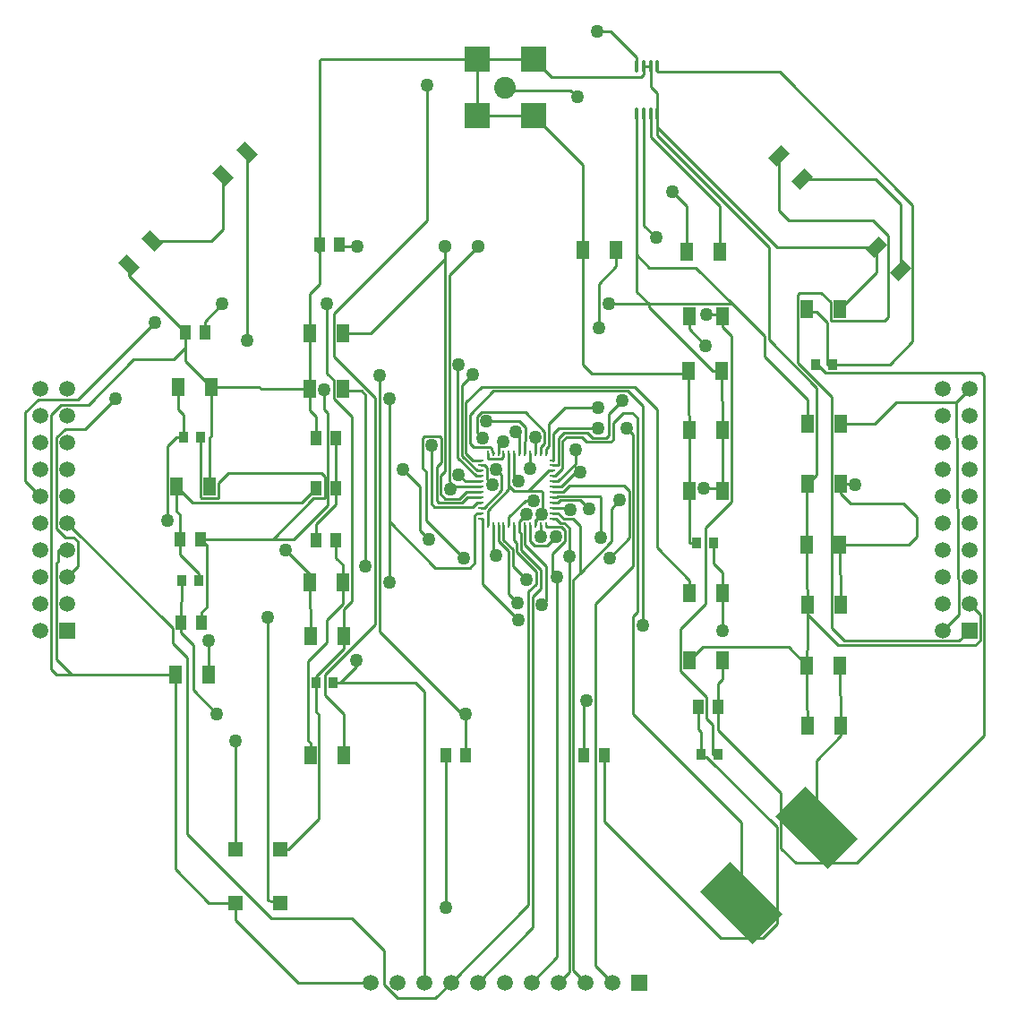
<source format=gtl>
G04*
G04 #@! TF.GenerationSoftware,Altium Limited,Altium Designer,18.1.9 (240)*
G04*
G04 Layer_Physical_Order=1*
G04 Layer_Color=255*
%FSLAX24Y24*%
%MOIN*%
G70*
G01*
G75*
%ADD15C,0.0100*%
G04:AMPARAMS|DCode=16|XSize=66.9mil|YSize=45.3mil|CornerRadius=0mil|HoleSize=0mil|Usage=FLASHONLY|Rotation=225.000|XOffset=0mil|YOffset=0mil|HoleType=Round|Shape=Rectangle|*
%AMROTATEDRECTD16*
4,1,4,0.0077,0.0397,0.0397,0.0077,-0.0077,-0.0397,-0.0397,-0.0077,0.0077,0.0397,0.0*
%
%ADD16ROTATEDRECTD16*%

G04:AMPARAMS|DCode=17|XSize=157.5mil|YSize=275.6mil|CornerRadius=0mil|HoleSize=0mil|Usage=FLASHONLY|Rotation=45.000|XOffset=0mil|YOffset=0mil|HoleType=Round|Shape=Rectangle|*
%AMROTATEDRECTD17*
4,1,4,0.0418,-0.1531,-0.1531,0.0418,-0.0418,0.1531,0.1531,-0.0418,0.0418,-0.1531,0.0*
%
%ADD17ROTATEDRECTD17*%

G04:AMPARAMS|DCode=18|XSize=66.9mil|YSize=45.3mil|CornerRadius=0mil|HoleSize=0mil|Usage=FLASHONLY|Rotation=135.000|XOffset=0mil|YOffset=0mil|HoleType=Round|Shape=Rectangle|*
%AMROTATEDRECTD18*
4,1,4,0.0397,-0.0077,0.0077,-0.0397,-0.0397,0.0077,-0.0077,0.0397,0.0397,-0.0077,0.0*
%
%ADD18ROTATEDRECTD18*%

%ADD19R,0.0350X0.0402*%
%ADD20R,0.0453X0.0669*%
%ADD21R,0.0433X0.0571*%
%ADD22O,0.0138X0.0531*%
%ADD23R,0.0571X0.0551*%
%ADD24O,0.0094X0.0236*%
%ADD25O,0.0236X0.0094*%
%ADD43R,0.0961X0.0961*%
%ADD44C,0.0807*%
%ADD45C,0.0512*%
%ADD46C,0.0591*%
%ADD47R,0.0591X0.0591*%
%ADD48R,0.0591X0.0591*%
%ADD49C,0.0500*%
D15*
X21700Y34550D02*
X21950Y34300D01*
X19368Y34550D02*
X21700D01*
X19268Y34650D02*
X19368Y34550D01*
X18221Y35697D02*
X20315D01*
X18221Y33603D02*
X20315D01*
X22490Y23990D02*
X26100D01*
X30500Y19790D02*
X30530D01*
X2620Y17020D02*
Y17450D01*
X12352Y35643D02*
X12407Y35697D01*
X18221D01*
X24166Y35426D02*
Y35784D01*
X23200Y36750D02*
X24166Y35784D01*
X22700Y36750D02*
X23200D01*
X16350Y29700D02*
Y34750D01*
X12352Y28800D02*
Y35643D01*
X18221Y33603D02*
Y35697D01*
X20783Y18290D02*
X21370D01*
X21650Y17200D02*
Y17410D01*
X22050Y16585D02*
X23220Y17755D01*
X21795Y18599D02*
X22050Y18344D01*
Y16585D02*
Y18344D01*
X21800Y16335D02*
X22050Y16585D01*
X21039Y16601D02*
Y17299D01*
Y16601D02*
X21190Y16450D01*
X21039Y17299D02*
X21500Y17760D01*
X21190Y16450D02*
X21190Y2290D01*
X26660Y19750D02*
X27370D01*
X20389Y18509D02*
X20670Y18790D01*
X27000Y24100D02*
X27340D01*
X24621Y26479D02*
X27000Y24100D01*
X24621Y26479D02*
Y26590D01*
X12352Y28695D02*
Y28800D01*
Y28480D02*
Y28695D01*
X12244Y28588D02*
X12352Y28695D01*
X12244Y28588D02*
X12352Y28480D01*
X14950Y16240D02*
Y18495D01*
X18439Y16159D02*
Y18617D01*
X21800Y1800D02*
Y16335D01*
X21059Y20783D02*
Y21760D01*
X24934Y33160D02*
Y33674D01*
Y32856D02*
Y33160D01*
X26100Y23030D02*
Y23990D01*
X30530Y14300D02*
Y15040D01*
X12352Y27329D02*
Y28480D01*
X7350Y24470D02*
Y24960D01*
X2550Y12800D02*
X3130D01*
X14600Y14410D02*
X17798Y11212D01*
Y11350D01*
Y9800D02*
Y11212D01*
X10610Y17850D02*
X11400D01*
X7924D02*
X10610D01*
X17040Y21830D02*
Y28280D01*
X26370Y27950D02*
X27730Y26590D01*
X24166Y27045D02*
Y28424D01*
X24621Y26590D02*
X27730D01*
X23110D02*
X24621D01*
X24166Y27045D02*
X24621Y26590D01*
X27370Y19750D02*
Y21900D01*
X20131Y19640D02*
X20610D01*
X20389Y18509D02*
Y18559D01*
X13224Y23360D02*
X13910D01*
X26562Y9750D02*
X26770D01*
X24934Y35230D02*
X29490D01*
X30480Y26290D02*
X30872D01*
X26750Y26200D02*
X27370D01*
X26990Y9850D02*
Y10940D01*
X13100Y28730D02*
X13750D01*
X13120Y12500D02*
X15910D01*
X12850D02*
X13120D01*
X23400Y27990D02*
Y28600D01*
X21650Y1750D02*
Y17410D01*
X20250Y1350D02*
X21190Y2290D01*
X16330Y18520D02*
X17710Y17140D01*
X16330Y18520D02*
Y20345D01*
X16180Y20495D02*
X16330Y20345D01*
X16180Y20495D02*
Y21600D01*
X16260Y21680D01*
X16810D01*
X16890Y21600D01*
Y20695D02*
Y21600D01*
X16717Y20521D02*
X16890Y20695D01*
X16717Y19280D02*
Y20521D01*
Y19280D02*
X16797Y19200D01*
X17648D01*
X17852Y19405D01*
X18361D01*
X18237Y18814D02*
X18361D01*
X18143Y18720D02*
X18237Y18814D01*
X18143Y16960D02*
Y18720D01*
X17964Y16780D02*
X18143Y16960D01*
X16665Y16780D02*
X17964D01*
X14950Y18495D02*
X16665Y16780D01*
X14950Y18495D02*
Y23060D01*
X18439Y16159D02*
X19748Y14850D01*
X18361Y18617D02*
X18439D01*
X19395Y15815D02*
X19725Y15485D01*
X19395Y15815D02*
Y17390D01*
X19011Y17774D02*
X19395Y17390D01*
X19011Y17774D02*
Y18361D01*
X19798D02*
Y18518D01*
X20060Y18780D01*
X16105Y18165D02*
X16430Y17840D01*
X16105Y18165D02*
Y19795D01*
X15450Y20450D02*
X16105Y19795D01*
X20810Y17600D02*
X21150Y17940D01*
X20350Y17600D02*
X20810D01*
X20192Y17758D02*
X20350Y17600D01*
X20192Y17758D02*
Y18361D01*
X23220Y18970D02*
X23540Y19290D01*
X23220Y17755D02*
Y18970D01*
X23800Y21970D02*
X24040Y21730D01*
Y16850D02*
Y21730D01*
X22630Y15440D02*
X24040Y16850D01*
X22630Y1970D02*
Y15440D01*
Y1970D02*
X23250Y1350D01*
X21619Y19011D02*
X21680Y18950D01*
X21039Y19011D02*
X21619D01*
X22070Y19300D02*
X22400Y18970D01*
X21325Y19300D02*
X22070D01*
X21233Y19208D02*
X21325Y19300D01*
X21039Y19208D02*
X21233D01*
X22835Y17910D02*
Y19395D01*
X22780Y19450D02*
X22835Y19395D01*
X21225Y19450D02*
X22780D01*
X21180Y19405D02*
X21225Y19450D01*
X21039Y19405D02*
X21180D01*
X23150Y17150D02*
X23890Y17890D01*
Y19640D01*
X23690Y19840D02*
X23890Y19640D01*
X21673Y19840D02*
X23690D01*
X21435Y19602D02*
X21673Y19840D01*
X21039Y19602D02*
X21435D01*
X21039Y19798D02*
X21360D01*
X21882Y20320D01*
X22060D01*
X21039Y20783D02*
X21059D01*
Y21760D02*
X21257Y21958D01*
X22740D01*
X3620Y21950D02*
X4750Y23080D01*
X2880Y21950D02*
X3620D01*
X2550Y21620D02*
X2880Y21950D01*
X2550Y18240D02*
Y21620D01*
Y18240D02*
X2880Y17910D01*
X3200D01*
X3350Y17760D01*
Y16850D02*
Y17760D01*
X2950Y16450D02*
X3350Y16850D01*
X21480Y22740D02*
X22740D01*
X20890Y22150D02*
X21480Y22740D01*
X20890Y21317D02*
Y22150D01*
X20783Y21210D02*
X20890Y21317D01*
X20783Y21039D02*
Y21210D01*
X20586Y21039D02*
Y21260D01*
X20739Y21413D01*
Y21851D01*
X20010Y22580D02*
X20739Y21851D01*
X18400Y22580D02*
X20010D01*
X18220Y22400D02*
X18400Y22580D01*
X18220Y21800D02*
Y22400D01*
Y21800D02*
X18410Y21610D01*
X20389Y21039D02*
Y21621D01*
X20192Y20460D02*
Y21039D01*
X19674Y21840D02*
X19798Y21716D01*
Y21039D02*
Y21716D01*
X9223Y3684D02*
Y4300D01*
Y3684D02*
X11557Y1350D01*
X14250D01*
X11983Y26960D02*
X12352Y27329D01*
X11983Y25500D02*
Y26960D01*
X26130Y13350D02*
X26610Y13830D01*
X29820D01*
X30500Y13150D01*
Y12060D02*
Y13150D01*
Y12060D02*
X30530Y10900D01*
X30500Y13150D02*
X30530Y14300D01*
X30500Y16560D02*
Y17650D01*
Y16560D02*
X30530Y15400D01*
X26100Y23030D02*
X26130Y21900D01*
X24934Y32856D02*
X29080Y28710D01*
Y25255D02*
Y28710D01*
Y25255D02*
X30860Y23475D01*
Y20230D02*
Y23475D01*
X30530Y19900D02*
X30860Y20230D01*
X7919Y19390D02*
Y21650D01*
Y19390D02*
X7944Y19365D01*
X8600D01*
Y19930D01*
X8960Y20290D01*
X12420D01*
X12550Y20160D01*
Y19360D02*
Y20160D01*
X12120Y19360D02*
X12550D01*
X10610Y17850D02*
X12120Y19360D01*
X8220Y12800D02*
Y14070D01*
X8220Y14070D02*
X8220Y14070D01*
X17220Y19700D02*
X17318Y19798D01*
X18361D01*
X17220Y19700D02*
Y19970D01*
X17190Y20000D02*
X17220Y19970D01*
X17190Y20000D02*
Y27680D01*
X18260Y28750D01*
X17040Y28280D02*
Y28750D01*
X14260Y25500D02*
X17040Y28280D01*
X13224Y25500D02*
X14260D01*
X31770Y19520D02*
Y19900D01*
Y19520D02*
X32110Y19180D01*
X34090D01*
X34590Y18680D01*
Y17950D02*
Y18680D01*
X34290Y17650D02*
X34590Y17950D01*
X31740Y17650D02*
X34290D01*
X30530Y22150D02*
Y23021D01*
X24640Y27950D02*
X26370D01*
X24166Y28424D02*
X24640Y27950D01*
X24166Y28424D02*
Y33674D01*
X8098Y25948D02*
X8740Y26590D01*
X8098Y25550D02*
Y25948D01*
X28930Y24621D02*
X30530Y23021D01*
X28930Y24621D02*
Y25390D01*
X27730Y26590D02*
X28930Y25390D01*
X12620Y24019D02*
Y26590D01*
Y24019D02*
X12879Y23760D01*
Y23081D02*
Y23760D01*
Y23081D02*
X13546Y22414D01*
Y15536D02*
Y22414D01*
X13250Y15240D02*
X13546Y15536D01*
X13250Y14250D02*
Y15240D01*
X19405Y19705D02*
Y19840D01*
X18617Y18917D02*
X19405Y19705D01*
X18617Y18361D02*
Y18917D01*
X19011Y21039D02*
Y21291D01*
X19180Y21460D01*
X10440Y4400D02*
Y14940D01*
Y4400D02*
X10900Y4300D01*
X9223Y6300D02*
Y10350D01*
X24390Y14630D02*
Y22800D01*
X23829Y23361D02*
X24390Y22800D01*
X18835Y23361D02*
X23829D01*
X17950Y22476D02*
X18835Y23361D01*
X17950Y21390D02*
Y22476D01*
Y21390D02*
X18080Y21260D01*
X18720D01*
X18814Y21039D01*
X26562Y9750D02*
Y9850D01*
X26770Y9750D02*
X29380Y7140D01*
Y3520D02*
Y7140D01*
X28870Y3010D02*
X29380Y3520D01*
X27290Y3010D02*
X28870D01*
X22950Y7350D02*
X27290Y3010D01*
X22950Y7350D02*
Y9800D01*
X27370Y12640D02*
Y13350D01*
X27200Y12470D02*
X27370Y12640D01*
X27200Y11600D02*
Y12470D01*
X24934Y35230D02*
Y35426D01*
X29490Y35230D02*
X34440Y30280D01*
Y25190D02*
Y30280D01*
X33600Y24350D02*
X34440Y25190D01*
X31469Y24350D02*
X33600D01*
X27370Y25730D02*
Y26150D01*
Y25730D02*
X27700Y25400D01*
Y19220D02*
Y25400D01*
X26740Y18260D02*
X27700Y19220D01*
X26740Y15430D02*
Y18260D01*
X25800Y14490D02*
X26740Y15430D01*
X25800Y12940D02*
Y14490D01*
Y12940D02*
X26770Y11970D01*
Y11160D02*
Y11970D01*
Y11160D02*
X26990Y10940D01*
Y9850D02*
X27200D01*
X7030Y19800D02*
X7615Y19215D01*
X11691D01*
X12226Y19750D01*
X30850Y7100D02*
Y9610D01*
X31770Y10530D01*
Y10900D01*
X15910Y12500D02*
X16250Y12160D01*
Y1350D02*
Y12160D01*
X13120Y12500D02*
X13730Y13110D01*
Y13350D01*
X36050Y22950D02*
X36150Y15050D01*
X35550Y14450D02*
X36150Y15050D01*
X22760Y25700D02*
Y27350D01*
X21039Y20586D02*
X21257D01*
Y21610D01*
X21447Y21800D01*
X22320D01*
X22512Y21608D01*
X23040D01*
X23120Y21688D01*
Y22490D01*
X23640Y23010D01*
X22760Y27350D02*
X23400Y27990D01*
X20783Y18290D02*
Y18361D01*
X21370Y18290D02*
X21500Y18160D01*
Y17760D02*
Y18160D01*
X21190Y2290D02*
Y16450D01*
X1405Y19995D02*
Y22575D01*
X1880Y23050D01*
X24422Y29518D02*
X24880Y29060D01*
X24422Y29518D02*
Y33674D01*
X30327Y31223D02*
X33053D01*
X33977Y30299D01*
Y27823D02*
Y30299D01*
X33100Y27780D02*
Y28700D01*
X31720Y26400D02*
X33100Y27780D01*
X30480Y26290D02*
Y26400D01*
X30872Y26290D02*
X31244Y25919D01*
Y24350D02*
Y25919D01*
Y24350D02*
X31469D01*
X36550Y15450D02*
X36950Y15050D01*
Y14080D02*
Y15050D01*
X36775Y13905D02*
X36950Y14080D01*
X31665Y13905D02*
X36775D01*
X30530Y15040D02*
X31665Y13905D01*
X30530Y15040D02*
Y15400D01*
X36155Y14055D02*
X36550Y14450D01*
X31885Y14055D02*
X36155D01*
X31410Y14530D02*
X31885Y14055D01*
X31410Y14530D02*
Y23137D01*
X30150Y24397D02*
X31410Y23137D01*
X30150Y24397D02*
Y26920D01*
X30240Y27010D01*
X31040D01*
X31390Y26660D01*
Y25960D02*
Y26660D01*
Y25960D02*
X33390D01*
X33540Y26110D01*
Y29130D01*
X32960Y29710D02*
X33540Y29130D01*
X29820Y29710D02*
X32960D01*
X29450Y30080D02*
X29820Y29710D01*
X29450Y30080D02*
Y32100D01*
X27250Y28550D02*
Y30238D01*
X24678Y32810D02*
X27250Y30238D01*
X24678Y32810D02*
Y33674D01*
X20019Y19280D02*
X20320D01*
X19405Y18665D02*
X20019Y19280D01*
X19405Y18361D02*
Y18665D01*
X31770Y19900D02*
X32260D01*
X32280Y19880D01*
X27370Y19650D02*
Y19750D01*
X31770Y22150D02*
X33030D01*
X33830Y22950D01*
X36050D01*
X36550Y23450D01*
X17250Y1350D02*
X20140Y4240D01*
Y15890D01*
X20410Y16160D01*
Y16640D01*
X19695Y17355D02*
X20410Y16640D01*
X19695Y17355D02*
Y17696D01*
X19602Y17789D02*
X19695Y17696D01*
X19602Y17789D02*
Y18361D01*
X19798Y18112D02*
Y18361D01*
Y18112D02*
X19845Y18065D01*
Y17443D02*
Y18065D01*
Y17443D02*
X20594Y16695D01*
Y16014D02*
Y16695D01*
X20290Y15710D02*
X20594Y16014D01*
X20290Y3390D02*
Y15710D01*
X18250Y1350D02*
X20290Y3390D01*
X20640Y15390D02*
X20800Y15550D01*
Y16845D01*
X19995Y17650D02*
X20800Y16845D01*
X19995Y17650D02*
Y18361D01*
X9650Y25230D02*
Y32250D01*
X19995Y21039D02*
Y21461D01*
X20024Y21490D01*
Y22006D01*
X19800Y22230D02*
X20024Y22006D01*
X18570Y22230D02*
X19800D01*
X19545Y16835D02*
X20060Y16320D01*
X19545Y16835D02*
Y17473D01*
X19208Y17810D02*
X19545Y17473D01*
X19208Y17810D02*
Y18361D01*
X25490Y30760D02*
X26010Y30240D01*
Y28550D02*
Y30240D01*
X7947Y14750D02*
Y15117D01*
X8150Y15320D01*
Y17624D01*
X7924Y17850D02*
X8150Y17624D01*
X7176Y17273D02*
Y17850D01*
Y17273D02*
X7869Y16580D01*
Y16300D02*
Y16580D01*
X13100Y28730D02*
Y28800D01*
X27370Y26150D02*
Y26200D01*
X30831Y24350D02*
X30880D01*
X31190Y24040D01*
X36980D01*
X37100Y23920D01*
Y10520D02*
Y23920D01*
X32370Y5790D02*
X37100Y10520D01*
X30080Y5790D02*
X32370D01*
X29540Y6330D02*
X30080Y5790D01*
X29540Y6330D02*
Y8390D01*
X27200Y10730D02*
X29540Y8390D01*
X27200Y10730D02*
Y11600D01*
X21039Y20192D02*
X21128D01*
X21407Y20471D01*
Y21487D01*
X21552Y21632D01*
X22118D01*
X22292Y21458D01*
X23200D01*
X23290Y21548D01*
Y22170D01*
X23670Y22550D01*
X24000D01*
X24190Y22360D01*
Y15130D02*
Y22360D01*
X24040Y14980D02*
X24190Y15130D01*
X24040Y11330D02*
Y14980D01*
Y11330D02*
X28066Y7304D01*
Y4316D02*
Y7304D01*
X22202Y9800D02*
Y11752D01*
X22280Y11830D01*
X27370Y14440D02*
Y15850D01*
X26130Y17700D02*
X26381D01*
X26130D02*
Y19650D01*
Y15850D02*
Y16310D01*
X24920Y17520D02*
X26130Y16310D01*
X24920Y17520D02*
Y22670D01*
X24079Y23511D02*
X24920Y22670D01*
X18381Y23511D02*
X24079D01*
X17800Y22930D02*
X18381Y23511D01*
X17800Y21030D02*
Y22930D01*
Y21030D02*
X18048Y20783D01*
X18361D01*
X24934Y33160D02*
X29394Y28700D01*
X33100D01*
X1405Y19995D02*
X1950Y19450D01*
X1880Y23050D02*
X3350D01*
X6210Y25910D01*
X19602Y20148D02*
X19760Y19990D01*
X19602Y20148D02*
Y21039D01*
X7350Y24960D02*
Y25550D01*
X6910Y24520D02*
X7350Y24960D01*
X5440Y24520D02*
X6910D01*
X3770Y22850D02*
X5440Y24520D01*
X2720Y22850D02*
X3770D01*
X2350Y22480D02*
X2720Y22850D01*
X2350Y13000D02*
Y22480D01*
Y13000D02*
X2550Y12800D01*
X11080Y17450D02*
X11980Y16550D01*
Y16250D02*
Y16550D01*
X17050Y4150D02*
Y9800D01*
X21039Y19995D02*
X21235D01*
X21890Y20650D01*
Y21170D01*
X18930Y20430D02*
X19140Y20220D01*
Y19670D02*
Y20220D01*
X18481Y19011D02*
X19140Y19670D01*
X18361Y19011D02*
X18481D01*
X26130Y25660D02*
Y26150D01*
Y25660D02*
X26740Y25050D01*
X18580Y20070D02*
X18780Y19870D01*
X18580Y20070D02*
Y20486D01*
X18480Y20586D02*
X18580Y20486D01*
X18361Y20586D02*
X18480D01*
X17795Y19995D02*
X18361D01*
X17540Y20250D02*
X17795Y19995D01*
X6700Y18520D02*
Y21310D01*
X7040Y21650D01*
X7281D01*
X13224Y23360D02*
Y23450D01*
X13910Y23360D02*
X14070Y23200D01*
Y16820D02*
Y23200D01*
X20586Y17950D02*
Y18361D01*
X19405Y19840D02*
Y21039D01*
X19605Y19640D02*
X20131D01*
X20880Y20389D01*
X21039D01*
X16660Y760D02*
X17250Y1350D01*
X15270Y760D02*
X16660D01*
X14750Y1280D02*
X15270Y760D01*
X14750Y1280D02*
Y2550D01*
X13550Y3750D02*
X14750Y2550D01*
X10560Y3750D02*
X13550D01*
X7430Y6880D02*
X10560Y3750D01*
X7430Y6880D02*
Y13420D01*
X6880Y13970D02*
X7430Y13420D01*
X6880Y13970D02*
Y14520D01*
X2950Y18450D02*
X6880Y14520D01*
X18814Y17346D02*
Y18361D01*
Y17346D02*
X18920Y17240D01*
X21650Y17410D02*
Y18260D01*
X21461Y18449D02*
X21650Y18260D01*
X21343Y18449D02*
X21461D01*
X21039Y18617D02*
X21175D01*
X20389Y18559D02*
X20610Y18780D01*
X17818Y19602D02*
X18361D01*
X17567Y19350D02*
X17818Y19602D01*
X17037Y19350D02*
X17567D01*
X16867Y19520D02*
X17037Y19350D01*
X16867Y19520D02*
Y20198D01*
X17040Y20371D01*
Y21830D01*
X17040Y21830D02*
X17040Y21830D01*
X18178Y20192D02*
X18361D01*
X17500Y20870D02*
X18178Y20192D01*
X17500Y20870D02*
Y24280D01*
X17540Y24320D01*
X12520Y22660D02*
Y23410D01*
Y22660D02*
X12650Y22530D01*
Y19100D02*
Y22530D01*
X11400Y17850D02*
X12650Y19100D01*
X18211Y20389D02*
X18361D01*
X17650Y20950D02*
X18211Y20389D01*
X17650Y20950D02*
Y23560D01*
X18070Y23980D01*
X14600Y14410D02*
Y23920D01*
X21800Y1800D02*
X22250Y1350D01*
X21446Y18599D02*
X21795D01*
X21231Y18814D02*
X21446Y18599D01*
X21039Y18814D02*
X21231D01*
X21250Y1350D02*
X21650Y1750D01*
X21175Y18617D02*
X21343Y18449D01*
X7199Y14370D02*
Y14750D01*
Y14370D02*
X7650Y13919D01*
Y12240D02*
Y13919D01*
Y12240D02*
X8540Y11350D01*
X13250Y9800D02*
Y11340D01*
X12570Y12020D02*
X13250Y11340D01*
X12570Y12020D02*
Y12810D01*
X14420Y14660D01*
Y23100D01*
X12890Y24630D02*
X14420Y23100D01*
X12890Y24630D02*
Y26240D01*
X16350Y29700D01*
X16530Y19160D02*
Y21330D01*
Y19160D02*
X16640Y19050D01*
X18062D01*
X18220Y19208D01*
X18361D01*
X20389Y18361D02*
Y18509D01*
X20670Y18790D02*
Y19580D01*
X20610Y19640D02*
X20670Y19580D01*
X19405Y19840D02*
X19605Y19640D01*
X19208Y20908D02*
Y21039D01*
X19120Y20820D02*
X19208Y20908D01*
X18617Y20820D02*
X19120D01*
X18617D02*
Y21039D01*
X12212Y12500D02*
Y12722D01*
X13250Y13760D01*
Y14250D01*
X13220Y15430D02*
Y16250D01*
X12630Y14840D02*
X13220Y15430D01*
X12630Y14010D02*
Y14840D01*
X11930Y13310D02*
X12630Y14010D01*
X11930Y10350D02*
Y13310D01*
Y10350D02*
X12010Y10270D01*
Y9800D02*
Y10270D01*
X12974Y19148D02*
Y19750D01*
X12226Y18400D02*
X12974Y19148D01*
X12226Y17800D02*
Y18400D01*
X30530Y19790D02*
Y19900D01*
X30500Y17650D02*
Y19790D01*
X2620Y17450D02*
X2950D01*
X2550Y16950D02*
X2620Y17020D01*
X2550Y13380D02*
Y16950D01*
Y13380D02*
X3130Y12800D01*
X6980D01*
X8773Y29380D02*
Y31373D01*
X8320Y28927D02*
X8773Y29380D01*
X6127Y28927D02*
X8320D01*
X22160Y24320D02*
Y28600D01*
Y24320D02*
X22490Y23990D01*
X26100D02*
Y24100D01*
X5250Y27650D02*
X7350Y25550D01*
X5250Y27650D02*
Y28050D01*
X7350Y24470D02*
X8320Y23500D01*
X22160Y28600D02*
Y31758D01*
X20315Y33603D02*
X22160Y31758D01*
X8240Y4300D02*
X9223D01*
X6980Y5560D02*
X8240Y4300D01*
X6980Y5560D02*
Y12800D01*
X12212Y11420D02*
Y12500D01*
Y11420D02*
X12340Y11292D01*
Y7440D02*
Y11292D01*
X11200Y6300D02*
X12340Y7440D01*
X10900Y6300D02*
X11200D01*
X24422Y35120D02*
Y35426D01*
X24334Y35032D02*
X24422Y35120D01*
X20981Y35032D02*
X24334D01*
X20315Y35697D02*
X20981Y35032D01*
X11980Y15260D02*
Y16250D01*
Y15260D02*
X12010Y15230D01*
Y14250D02*
Y15230D01*
X8320Y21670D02*
Y23500D01*
X8270Y21620D02*
X8320Y21670D01*
X8270Y19800D02*
Y21620D01*
X10170Y23450D02*
X11983D01*
X10120Y23500D02*
X10170Y23450D01*
X8320Y23500D02*
X10120D01*
X11983Y22643D02*
Y23450D01*
Y22643D02*
X12226Y22400D01*
Y21600D02*
Y22400D01*
X11983Y23450D02*
Y25500D01*
X24678Y34676D02*
Y35426D01*
Y34676D02*
X24934Y34420D01*
Y33674D02*
Y34420D01*
X24422Y35426D02*
X24678D01*
X26130Y19650D02*
Y21900D01*
X7231Y15532D02*
Y16300D01*
X7199Y15500D02*
X7231Y15532D01*
X7199Y14750D02*
Y15500D01*
X27340Y23010D02*
Y24100D01*
Y23010D02*
X27370Y22980D01*
Y21900D02*
Y22980D01*
X31740Y16540D02*
Y17650D01*
Y16540D02*
X31770Y16510D01*
Y15400D02*
Y16510D01*
X27019Y16941D02*
Y17700D01*
Y16941D02*
X27370Y16590D01*
Y15850D02*
Y16590D01*
X26452Y10770D02*
Y11600D01*
Y10770D02*
X26562Y10660D01*
Y9850D02*
Y10660D01*
X7030Y18896D02*
Y19800D01*
Y18896D02*
X7176Y18750D01*
Y17850D02*
Y18750D01*
X12974Y19750D02*
Y21600D01*
Y17146D02*
Y17800D01*
Y17146D02*
X13220Y16900D01*
Y16250D02*
Y16900D01*
X31740Y12040D02*
Y13150D01*
Y12040D02*
X31770Y12010D01*
Y10900D02*
Y12010D01*
X7080Y22671D02*
Y23500D01*
Y22671D02*
X7281Y22470D01*
Y21650D02*
Y22470D01*
D16*
X33100Y28700D02*
D03*
X33977Y27823D02*
D03*
X29450Y32100D02*
D03*
X30327Y31223D02*
D03*
D17*
X28066Y4316D02*
D03*
X30850Y7100D02*
D03*
D18*
X9650Y32250D02*
D03*
X8773Y31373D02*
D03*
X5250Y28050D02*
D03*
X6127Y28927D02*
D03*
D19*
X27019Y17700D02*
D03*
X26381D02*
D03*
X27200Y9850D02*
D03*
X26562D02*
D03*
X30831Y24350D02*
D03*
X31469D02*
D03*
X12850Y12500D02*
D03*
X12212D02*
D03*
X7231Y16300D02*
D03*
X7869D02*
D03*
X7919Y21650D02*
D03*
X7281D02*
D03*
D20*
X13220Y16250D02*
D03*
X11980D02*
D03*
X30530Y22150D02*
D03*
X31770D02*
D03*
X30530Y19900D02*
D03*
X31770D02*
D03*
X26130Y19650D02*
D03*
X27370D02*
D03*
X26010Y28550D02*
D03*
X27250D02*
D03*
X30530Y10900D02*
D03*
X31770D02*
D03*
X30530Y15400D02*
D03*
X31770D02*
D03*
X12010Y14250D02*
D03*
X13250D02*
D03*
X26130Y21900D02*
D03*
X27370D02*
D03*
X6980Y12800D02*
D03*
X8220D02*
D03*
X13250Y9800D02*
D03*
X12010D02*
D03*
X7030Y19800D02*
D03*
X8270D02*
D03*
X8320Y23500D02*
D03*
X7080D02*
D03*
X27370Y26150D02*
D03*
X26130D02*
D03*
X30480Y26400D02*
D03*
X31720D02*
D03*
X27370Y13350D02*
D03*
X26130D02*
D03*
X27370Y15850D02*
D03*
X26130D02*
D03*
X11983Y25500D02*
D03*
X13224D02*
D03*
X26100Y24100D02*
D03*
X27340D02*
D03*
X11983Y23450D02*
D03*
X13224D02*
D03*
X30500Y13150D02*
D03*
X31740D02*
D03*
X22160Y28600D02*
D03*
X23400D02*
D03*
X30500Y17650D02*
D03*
X31740D02*
D03*
D21*
X12974Y17800D02*
D03*
X12226D02*
D03*
X12974Y19750D02*
D03*
X12226D02*
D03*
X12974Y21600D02*
D03*
X12226D02*
D03*
X13100Y28800D02*
D03*
X12352D02*
D03*
X22950Y9800D02*
D03*
X22202D02*
D03*
X27200Y11600D02*
D03*
X26452D02*
D03*
X7199Y14750D02*
D03*
X7947D02*
D03*
X17798Y9800D02*
D03*
X17050D02*
D03*
X7176Y17850D02*
D03*
X7924D02*
D03*
X7350Y25550D02*
D03*
X8098D02*
D03*
D22*
X24166Y33674D02*
D03*
X24422D02*
D03*
X24678D02*
D03*
X24934D02*
D03*
X24166Y35426D02*
D03*
X24422D02*
D03*
X24678D02*
D03*
X24934D02*
D03*
D23*
X10900Y4300D02*
D03*
Y6300D02*
D03*
X9223Y4300D02*
D03*
Y6300D02*
D03*
D24*
X18617Y21039D02*
D03*
X18814D02*
D03*
X19011D02*
D03*
X19208D02*
D03*
X19405D02*
D03*
X19602D02*
D03*
X19798D02*
D03*
X19995D02*
D03*
X20192D02*
D03*
X20389D02*
D03*
X20586D02*
D03*
X20783D02*
D03*
Y18361D02*
D03*
X20586D02*
D03*
X20389D02*
D03*
X20192D02*
D03*
X19995D02*
D03*
X19798D02*
D03*
X19602D02*
D03*
X19405D02*
D03*
X19208D02*
D03*
X19011D02*
D03*
X18814D02*
D03*
X18617D02*
D03*
D25*
X21039Y20783D02*
D03*
Y20586D02*
D03*
Y20389D02*
D03*
Y20192D02*
D03*
Y19995D02*
D03*
Y19798D02*
D03*
Y19602D02*
D03*
Y19405D02*
D03*
Y19208D02*
D03*
Y19011D02*
D03*
Y18814D02*
D03*
Y18617D02*
D03*
X18361D02*
D03*
Y18814D02*
D03*
Y19011D02*
D03*
Y19208D02*
D03*
Y19405D02*
D03*
Y19602D02*
D03*
Y19798D02*
D03*
Y19995D02*
D03*
Y20192D02*
D03*
Y20389D02*
D03*
Y20586D02*
D03*
Y20783D02*
D03*
D43*
X18221Y33603D02*
D03*
Y35697D02*
D03*
X20315Y33603D02*
D03*
Y35697D02*
D03*
D44*
X19268Y34650D02*
D03*
D45*
X18260Y28750D02*
D03*
X17040D02*
D03*
D46*
X14250Y1350D02*
D03*
X15250D02*
D03*
X16250D02*
D03*
X17250D02*
D03*
X18250D02*
D03*
X19250D02*
D03*
X20250D02*
D03*
X21250D02*
D03*
X22250D02*
D03*
X23250D02*
D03*
X35550Y23450D02*
D03*
Y22450D02*
D03*
Y21450D02*
D03*
Y20450D02*
D03*
Y19450D02*
D03*
Y18450D02*
D03*
Y17450D02*
D03*
Y16450D02*
D03*
Y15450D02*
D03*
Y14450D02*
D03*
X36550Y23450D02*
D03*
Y22450D02*
D03*
Y21450D02*
D03*
Y20450D02*
D03*
Y19450D02*
D03*
Y18450D02*
D03*
Y17450D02*
D03*
Y16450D02*
D03*
Y15450D02*
D03*
X1950Y23450D02*
D03*
Y22450D02*
D03*
Y21450D02*
D03*
Y20450D02*
D03*
Y19450D02*
D03*
Y18450D02*
D03*
Y17450D02*
D03*
Y16450D02*
D03*
Y15450D02*
D03*
Y14450D02*
D03*
X2950Y23450D02*
D03*
Y22450D02*
D03*
Y21450D02*
D03*
Y20450D02*
D03*
Y19450D02*
D03*
Y18450D02*
D03*
Y17450D02*
D03*
Y16450D02*
D03*
Y15450D02*
D03*
D47*
X24250Y1350D02*
D03*
D48*
X36550Y14450D02*
D03*
X2950D02*
D03*
D49*
X21950Y34300D02*
D03*
X22700Y36750D02*
D03*
X16350Y34750D02*
D03*
X21650Y17200D02*
D03*
X17710Y17140D02*
D03*
X9650Y25230D02*
D03*
X19748Y14850D02*
D03*
X19725Y15485D02*
D03*
X20060Y18780D02*
D03*
X16430Y17840D02*
D03*
X15450Y20450D02*
D03*
X21150Y17940D02*
D03*
X23540Y19290D02*
D03*
X23800Y21970D02*
D03*
X21680Y18950D02*
D03*
X22400Y18970D02*
D03*
X22835Y17910D02*
D03*
X23150Y17150D02*
D03*
X22060Y20320D02*
D03*
X22740Y21958D02*
D03*
X4750Y23080D02*
D03*
X22740Y22740D02*
D03*
X18410Y21610D02*
D03*
X20389Y21621D02*
D03*
X20192Y20460D02*
D03*
X19674Y21840D02*
D03*
X8220Y14070D02*
D03*
X17220Y19700D02*
D03*
X23110Y26590D02*
D03*
X8740D02*
D03*
X12620D02*
D03*
X19180Y21460D02*
D03*
X10440Y14940D02*
D03*
X9223Y10350D02*
D03*
X24390Y14630D02*
D03*
X13730Y13350D02*
D03*
X23640Y23010D02*
D03*
X22760Y25700D02*
D03*
X21190Y16450D02*
D03*
X6210Y25910D02*
D03*
X24880Y29060D02*
D03*
X20320Y19280D02*
D03*
X32280Y19880D02*
D03*
X20640Y15390D02*
D03*
X14950Y23060D02*
D03*
Y16240D02*
D03*
X18570Y22230D02*
D03*
X20060Y16320D02*
D03*
X25490Y30760D02*
D03*
X13750Y28730D02*
D03*
X26750Y26200D02*
D03*
X22280Y11830D02*
D03*
X27370Y14440D02*
D03*
X19760Y19990D02*
D03*
X11080Y17450D02*
D03*
X17050Y4150D02*
D03*
X21890Y21170D02*
D03*
X18930Y20430D02*
D03*
X26740Y25050D02*
D03*
X18780Y19870D02*
D03*
X17540Y20250D02*
D03*
X6700Y18520D02*
D03*
X14070Y16820D02*
D03*
X20586Y17950D02*
D03*
X18920Y17240D02*
D03*
X26660Y19750D02*
D03*
X20610Y18780D02*
D03*
X17540Y24320D02*
D03*
X12520Y23410D02*
D03*
X18070Y23980D02*
D03*
X14600Y23920D02*
D03*
X8540Y11350D02*
D03*
X17798D02*
D03*
X16530Y21330D02*
D03*
M02*

</source>
